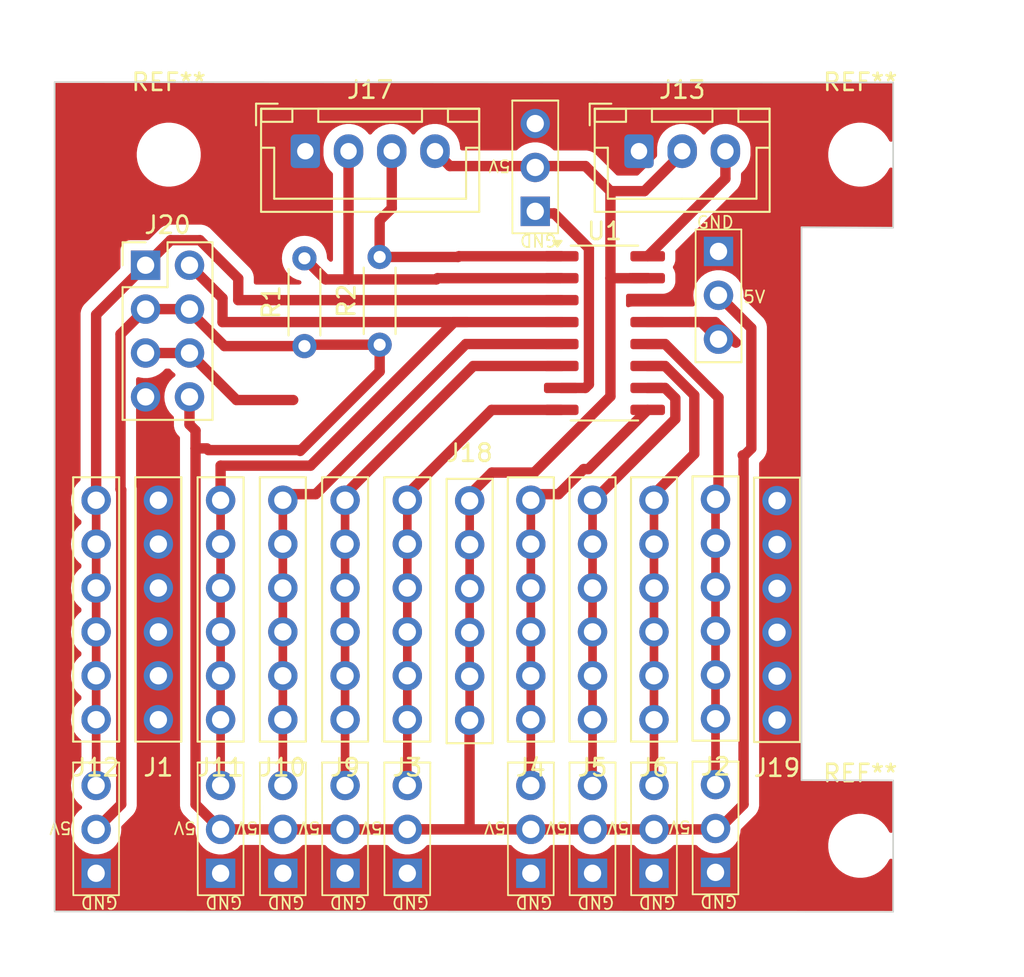
<source format=kicad_pcb>
(kicad_pcb
	(version 20240108)
	(generator "pcbnew")
	(generator_version "8.0")
	(general
		(thickness 1.6)
		(legacy_teardrops no)
	)
	(paper "A4")
	(layers
		(0 "F.Cu" signal)
		(31 "B.Cu" signal)
		(32 "B.Adhes" user "B.Adhesive")
		(33 "F.Adhes" user "F.Adhesive")
		(34 "B.Paste" user)
		(35 "F.Paste" user)
		(36 "B.SilkS" user "B.Silkscreen")
		(37 "F.SilkS" user "F.Silkscreen")
		(38 "B.Mask" user)
		(39 "F.Mask" user)
		(40 "Dwgs.User" user "User.Drawings")
		(41 "Cmts.User" user "User.Comments")
		(42 "Eco1.User" user "User.Eco1")
		(43 "Eco2.User" user "User.Eco2")
		(44 "Edge.Cuts" user)
		(45 "Margin" user)
		(46 "B.CrtYd" user "B.Courtyard")
		(47 "F.CrtYd" user "F.Courtyard")
		(48 "B.Fab" user)
		(49 "F.Fab" user)
		(50 "User.1" user)
		(51 "User.2" user)
		(52 "User.3" user)
		(53 "User.4" user)
		(54 "User.5" user)
		(55 "User.6" user)
		(56 "User.7" user)
		(57 "User.8" user)
		(58 "User.9" user)
	)
	(setup
		(stackup
			(layer "F.SilkS"
				(type "Top Silk Screen")
			)
			(layer "F.Paste"
				(type "Top Solder Paste")
			)
			(layer "F.Mask"
				(type "Top Solder Mask")
				(thickness 0.01)
			)
			(layer "F.Cu"
				(type "copper")
				(thickness 0.035)
			)
			(layer "dielectric 1"
				(type "core")
				(thickness 1.51)
				(material "FR4")
				(epsilon_r 4.5)
				(loss_tangent 0.02)
			)
			(layer "B.Cu"
				(type "copper")
				(thickness 0.035)
			)
			(layer "B.Mask"
				(type "Bottom Solder Mask")
				(thickness 0.01)
			)
			(layer "B.Paste"
				(type "Bottom Solder Paste")
			)
			(layer "B.SilkS"
				(type "Bottom Silk Screen")
			)
			(copper_finish "None")
			(dielectric_constraints no)
		)
		(pad_to_mask_clearance 0)
		(allow_soldermask_bridges_in_footprints no)
		(aux_axis_origin 99.4 100)
		(grid_origin 99.4 100)
		(pcbplotparams
			(layerselection 0x0001000_ffffffff)
			(plot_on_all_layers_selection 0x0000000_00000000)
			(disableapertmacros yes)
			(usegerberextensions yes)
			(usegerberattributes yes)
			(usegerberadvancedattributes yes)
			(creategerberjobfile yes)
			(dashed_line_dash_ratio 12.000000)
			(dashed_line_gap_ratio 3.000000)
			(svgprecision 4)
			(plotframeref no)
			(viasonmask no)
			(mode 1)
			(useauxorigin no)
			(hpglpennumber 1)
			(hpglpenspeed 20)
			(hpglpendiameter 15.000000)
			(pdf_front_fp_property_popups yes)
			(pdf_back_fp_property_popups yes)
			(dxfpolygonmode yes)
			(dxfimperialunits yes)
			(dxfusepcbnewfont yes)
			(psnegative no)
			(psa4output no)
			(plotreference no)
			(plotvalue no)
			(plotfptext no)
			(plotinvisibletext no)
			(sketchpadsonfab no)
			(subtractmaskfromsilk no)
			(outputformat 1)
			(mirror no)
			(drillshape 0)
			(scaleselection 1)
			(outputdirectory "gerber/")
		)
	)
	(net 0 "")
	(net 1 "5V")
	(net 2 "GND")
	(net 3 "SWIO")
	(net 4 "SCL")
	(net 5 "SDA")
	(net 6 "PWM2")
	(net 7 "/PC7")
	(net 8 "/PC5")
	(net 9 "RC_IN")
	(net 10 "PWM1")
	(net 11 "/PD7")
	(net 12 "/PD6")
	(net 13 "/PA1")
	(net 14 "/PD5")
	(net 15 "/PA2")
	(net 16 "/PD4")
	(net 17 "Net-(J20-Pin_5)")
	(footprint "Stripe-ch32:Servo_pads" (layer "F.Cu") (at 2.4 45.79 180))
	(footprint "Connector_PinHeader_2.54mm:PinHeader_2x04_P2.54mm_Vertical" (layer "F.Cu") (at 5.26 10.6))
	(footprint "Package_SO:SOP-16_3.9x9.9mm_P1.27mm" (layer "F.Cu") (at 31.804015 14.525))
	(footprint "Stripe-ch32:stripe" (layer "F.Cu") (at 41.786362 30.571963 90))
	(footprint "Stripe-ch32:stripe" (layer "F.Cu") (at 34.669075 30.55 90))
	(footprint "Connector_JST:JST_XH_B4B-XH-A_1x04_P2.50mm_Vertical" (layer "F.Cu") (at 14.5 4))
	(footprint "Stripe-ch32:Servo_pads" (layer "F.Cu") (at 38.227207 45.737473 180))
	(footprint "Stripe-ch32:Servo_pads" (layer "F.Cu") (at 9.6 45.79 180))
	(footprint "Stripe-ch32:stripe" (layer "F.Cu") (at 20.4 30.55 90))
	(footprint "Resistor_THT:R_Axial_DIN0204_L3.6mm_D1.6mm_P5.08mm_Horizontal" (layer "F.Cu") (at 14.45 15.28 90))
	(footprint "MountingHole:MountingHole_3.2mm_M3" (layer "F.Cu") (at 46.6 4.2))
	(footprint "Stripe-ch32:stripe" (layer "F.Cu") (at 38.227207 30.497473 90))
	(footprint "Resistor_THT:R_Axial_DIN0204_L3.6mm_D1.6mm_P5.08mm_Horizontal" (layer "F.Cu") (at 18.8 15.2 90))
	(footprint "Stripe-ch32:stripe" (layer "F.Cu") (at 13.2 30.55 90))
	(footprint "Stripe-ch32:Servo_pads" (layer "F.Cu") (at 27.8 7.48 180))
	(footprint "Stripe-ch32:stripe" (layer "F.Cu") (at 6 30.55 90))
	(footprint "Stripe-ch32:stripe" (layer "F.Cu") (at 16.8 30.55 90))
	(footprint "Stripe-ch32:Servo_pads" (layer "F.Cu") (at 34.669075 45.79 180))
	(footprint "MountingHole:MountingHole_3.2mm_M3" (layer "F.Cu") (at 6.6 4.2))
	(footprint "Stripe-ch32:stripe" (layer "F.Cu") (at 27.544045 30.550309 90))
	(footprint "Stripe-ch32:Servo_pads" (layer "F.Cu") (at 13.2 45.79 180))
	(footprint "Stripe-ch32:stripe" (layer "F.Cu") (at 31.113498 30.55 90))
	(footprint "Stripe-ch32:stripe" (layer "F.Cu") (at 2.4 30.55 90))
	(footprint "Stripe-ch32:Servo_pads" (layer "F.Cu") (at 38.4 9.8))
	(footprint "Stripe-ch32:Servo_pads" (layer "F.Cu") (at 20.4 45.79 180))
	(footprint "Stripe-ch32:stripe" (layer "F.Cu") (at 24.006151 30.583487 -90))
	(footprint "Stripe-ch32:Servo_pads" (layer "F.Cu") (at 31.113498 45.79 180))
	(footprint "Stripe-ch32:stripe" (layer "F.Cu") (at 9.6 30.55 90))
	(footprint "Connector_JST:JST_XH_B3B-XH-A_1x03_P2.50mm_Vertical" (layer "F.Cu") (at 33.8 4))
	(footprint "MountingHole:MountingHole_3.2mm_M3" (layer "F.Cu") (at 46.6 44.2))
	(footprint "Stripe-ch32:Servo_pads" (layer "F.Cu") (at 16.8 45.79 180))
	(footprint "Stripe-ch32:Servo_pads" (layer "F.Cu") (at 27.544045 45.790309 180))
	(gr_rect
		(start 0 0)
		(end 48.5 48.5)
		(stroke
			(width 0.1)
			(type default)
		)
		(fill none)
		(layer "F.Adhes")
		(uuid "13533d08-2acd-4ffe-8eec-b998097da5d3")
	)
	(gr_poly
		(pts
			(xy 48.502013 8.429418) (xy 48.502013 0.029418) (xy 0 0) (xy 0 48) (xy 48.501271 48.018429) (xy 48.501271 40.418429)
			(xy 43.2 40.4) (xy 43.2 8.4)
		)
		(stroke
			(width 0.1)
			(type solid)
		)
		(fill none)
		(layer "Edge.Cuts")
		(uuid "2b706332-e9a8-4cda-88f6-23dafefbf281")
	)
	(segment
		(start 18.8 16.75)
		(end 14.2 21.35)
		(width 0.6)
		(layer "F.Cu")
		(net 1)
		(uuid "03ecf968-5a8f-406f-865a-9aff469bea0f")
	)
	(segment
		(start 3.85 23.59939)
		(end 3.81 23.55939)
		(width 0.6)
		(layer "F.Cu")
		(net 1)
		(uuid "1c6db666-6612-4501-a763-8dc50820d339")
	)
	(segment
		(start 25.289638 22.6)
		(end 24.006151 23.883487)
		(width 0.6)
		(layer "F.Cu")
		(net 1)
		(uuid "1c93eee4-3d95-4b80-8c3f-9a7355b1a03a")
	)
	(segment
		(start 39.8 21.6)
		(end 39.85 21.65)
		(width 0.6)
		(layer "F.Cu")
		(net 1)
		(uuid "229d0e32-7678-416f-8a6b-24b3e946998a")
	)
	(segment
		(start 7.8 13.252792)
		(end 7.8 13.14)
		(width 0.6)
		(layer "F.Cu")
		(net 1)
		(uuid "32c32a2d-13e1-44b7-8997-10d1448386ee")
	)
	(segment
		(start 39.85 21.65)
		(end 39.85 41.8)
		(width 0.6)
		(layer "F.Cu")
		(net 1)
		(uuid "341e2bd5-6188-4552-9999-bb821d114b6e")
	)
	(segment
		(start 27.738831 22.6)
		(end 25.289638 22.6)
		(width 0.6)
		(layer "F.Cu")
		(net 1)
		(uuid "35d7742f-04bd-4278-933e-c082801e74e6")
	)
	(segment
		(start 32.15 11.35)
		(end 32.15 18.188831)
		(width 0.6)
		(layer "F.Cu")
		(net 1)
		(uuid "3ba35e3b-4dbc-485e-8d8b-0cef6727efbe")
	)
	(segment
		(start 3.81 23.55939)
		(end 3.81 14.59)
		(width 0.6)
		(layer "F.Cu")
		(net 1)
		(uuid "3c172b10-f5f3-46ec-8cbc-fc4f50de9f15")
	)
	(segment
		(start 3.81 14.59)
		(end 5.26 13.14)
		(width 0.6)
		(layer "F.Cu")
		(net 1)
		(uuid "3de05e97-c619-4cc8-8c14-bcfdfacedac6")
	)
	(segment
		(start 32.15 18.188831)
		(end 27.738831 22.6)
		(width 0.6)
		(layer "F.Cu")
		(net 1)
		(uuid "3f0d130b-7ab3-4dd3-82ea-918a911484f4")
	)
	(segment
		(start 14.53 15.2)
		(end 14.45 15.28)
		(width 0.6)
		(layer "F.Cu")
		(net 1)
		(uuid "4f9fde62-f36d-44a6-bea0-ce3459b9a37e")
	)
	(segment
		(start 18.8 15.2)
		(end 18.8 16.75)
		(width 0.6)
		(layer "F.Cu")
		(net 1)
		(uuid "53d1a157-be38-413d-81e0-f5a5fec78843")
	)
	(segment
		(start 8.9 21.3)
		(end 14.2 21.3)
		(width 0.6)
		(layer "F.Cu")
		(net 1)
		(uuid "6601bcd5-74a8-4999-a42f-f122b7feb7ae")
	)
	(segment
		(start 39.85 41.8)
		(end 38.4 43.25)
		(width 0.6)
		(layer "F.Cu")
		(net 1)
		(uuid "6b7f007a-3093-4bda-947b-e9a08262f239")
	)
	(segment
		(start 24 43.25)
		(end 24 37.2)
		(width 0.6)
		(layer "F.Cu")
		(net 1)
		(uuid "77d2679a-433b-4d79-b5e9-9370387a3d80")
	)
	(segment
		(start 38.4 12.34)
		(end 40.3 14.24)
		(width 0.6)
		(layer "F.Cu")
		(net 1)
		(uuid "7cd00f9b-0751-46ee-86fd-72cc107a4c14")
	)
	(segment
		(start 40.3 14.24)
		(end 40.3 21.2)
		(width 0.6)
		(layer "F.Cu")
		(net 1)
		(uuid "834a895d-ebcd-4d7e-829d-0efd188ef880")
	)
	(segment
		(start 40.3 21.2)
		(end 39.85 21.65)
		(width 0.6)
		(layer "F.Cu")
		(net 1)
		(uuid "8edff29f-28e3-4481-95b8-761ccd1a3ed5")
	)
	(segment
		(start 32.15 6.312081)
		(end 34.112919 6.312081)
		(width 0.6)
		(layer "F.Cu")
		(net 1)
		(uuid "984c4dd9-7bc2-441c-9809-2be861e4df6f")
	)
	(segment
		(start 8.15 21.2)
		(end 8.15 20.17)
		(width 0.6)
		(layer "F.Cu")
		(net 1)
		(uuid "9a76861f-8ec1-4f2d-a64c-3f60293ef7e7")
	)
	(segment
		(start 24 43.25)
		(end 9.6 43.25)
		(width 0.6)
		(layer "F.Cu")
		(net 1)
		(uuid "a49ccd72-88fa-4ecf-a247-fc1a8f2c7277")
	)
	(segment
		(start 8.8 21.2)
		(end 8.9 21.3)
		(width 0.6)
		(layer "F.Cu")
		(net 1)
		(uuid "a72d2830-2236-4b5a-aa7f-920c65df66fe")
	)
	(segment
		(start 8.15 41.8)
		(end 8.15 21.2)
		(width 0.6)
		(layer "F.Cu")
		(net 1)
		(uuid "aa81feb2-6be0-4972-800d-1b23ceb05e8d")
	)
	(segment
		(start 36.3 4.125)
		(end 36.3 4)
		(width 0.6)
		(layer "F.Cu")
		(net 1)
		(uuid "ae6e3e09-30f2-46bb-a4af-1eecfd91a9d3")
	)
	(segment
		(start 38.4 43.25)
		(end 20.4 43.25)
		(width 0.6)
		(layer "F.Cu")
		(net 1)
		(uuid "aec6c6d0-c7fb-4f91-9598-9412756f5461")
	)
	(segment
		(start 7.8 18.22)
		(end 7.8 19.82)
		(width 0.6)
		(layer "F.Cu")
		(net 1)
		(uuid "afff471d-335f-4807-84c6-f06cb5985494")
	)
	(segment
		(start 8.15 21.2)
		(end 8.8 21.2)
		(width 0.6)
		(layer "F.Cu")
		(net 1)
		(uuid "b4ae780c-1322-4ef4-be4e-ff085e595fd1")
	)
	(segment
		(start 14.45 15.28)
		(end 9.827208 15.28)
		(width 0.6)
		(layer "F.Cu")
		(net 1)
		(uuid "b5979f67-ec03-4d60-b2be-f9834325518e")
	)
	(segment
		(start 18.8 15.2)
		(end 14.53 15.2)
		(width 0.6)
		(layer "F.Cu")
		(net 1)
		(uuid "bb90aac0-77f1-4663-8d9b-a2c5724231e2")
	)
	(segment
		(start 22.86 4.86)
		(end 22 4)
		(width 0.6)
		(layer "F.Cu")
		(net 1)
		(uuid "bfc921b2-6968-41dc-88c2-66304d3147de")
	)
	(segment
		(start 9.6 43.25)
		(end 8.15 41.8)
		(width 0.6)
		(layer "F.Cu")
		(net 1)
		(uuid "c9580357-d64a-490b-9a04-97de09e68979")
	)
	(segment
		(start 30.697919 4.86)
		(end 29 4.86)
		(width 0.6)
		(layer "F.Cu")
		(net 1)
		(uuid "cc9dc05b-763b-4f11-9688-2aad2a3b43c4")
	)
	(segment
		(start 32.15 11.35)
		(end 32.15 6.312081)
		(width 0.6)
		(layer "F.Cu")
		(net 1)
		(uuid "cdd057fc-90a4-4cf6-b0a3-ec9873cb5945")
	)
	(segment
		(start 3.85 41.8)
		(end 2.4 43.25)
		(width 0.6)
		(layer "F.Cu")
		(net 1)
		(uuid "d19b380a-b727-4303-b6bc-903b4282133d")
	)
	(segment
		(start 34.304015 11.35)
		(end 33.304016 11.35)
		(width 0.6)
		(layer "F.Cu")
		(net 1)
		(uuid "dc10431d-e6a2-48d6-9463-acacf6155a2d")
	)
	(segment
		(start 29 4.86)
		(end 22.86 4.86)
		(width 0.6)
		(layer "F.Cu")
		(net 1)
		(uuid "dcd862f9-c970-4c8b-ada8-2ce27be9e48d")
	)
	(segment
		(start 32.15 6.312081)
		(end 30.697919 4.86)
		(width 0.6)
		(layer "F.Cu")
		(net 1)
		(uuid "dd39e96e-19ee-4adb-9ee9-626d6cad1a81")
	)
	(segment
		(start 9.827208 15.28)
		(end 7.8 13.252792)
		(width 0.6)
		(layer "F.Cu")
		(net 1)
		(uuid "e21548df-4e19-44d5-be49-7d5f93e42a47")
	)
	(segment
		(start 7.8 19.82)
		(end 8.15 20.17)
		(width 0.6)
		(layer "F.Cu")
		(net 1)
		(uuid "ec7ab08f-cfc5-4f6f-b30d-3867f948872c")
	)
	(segment
		(start 3.85 23.59939)
		(end 3.85 41.8)
		(width 0.6)
		(layer "F.Cu")
		(net 1)
		(uuid "f080f85c-c5ba-447b-8308-d0b9f0a2ea7e")
	)
	(segment
		(start 34.112919 6.312081)
		(end 36.3 4.125)
		(width 0.6)
		(layer "F.Cu")
		(net 1)
		(uuid "f1e72eef-b44e-476b-9cc4-e950848636ea")
	)
	(segment
		(start 5.26 13.14)
		(end 7.8 13.14)
		(width 0.6)
		(layer "F.Cu")
		(net 1)
		(uuid "fd5ce1d9-a9d7-40fb-880b-fea1fad541a5")
	)
	(segment
		(start 34.304015 11.35)
		(end 32.15 11.35)
		(width 0.6)
		(layer "F.Cu")
		(net 1)
		(uuid "ff642ed3-07d8-4420-9130-c526110a462e")
	)
	(segment
		(start 6.2 23.65)
		(end 6 23.85)
		(width 0.6)
		(layer "F.Cu")
		(net 2)
		(uuid "66cb1623-3f13-43a8-a568-e64f6b465b91")
	)
	(segment
		(start 6 20.56)
		(end 6 23.85)
		(width 0.6)
		(layer "F.Cu")
		(net 2)
		(uuid "aa08a4d7-c38e-48ec-86a8-6547ca5a1ba2")
	)
	(segment
		(start 30.904015 17.495985)
		(end 30.904015 9.615184)
		(width 0.6)
		(layer "F.Cu")
		(net 3)
		(uuid "4b7bbc29-4d79-4874-a987-d9863c9fdea5")
	)
	(segment
		(start 30.904015 9.615184)
		(end 28.888831 7.6)
		(width 0.6)
		(layer "F.Cu")
		(net 3)
		(uuid "72eee18b-6f6a-4cb9-8e58-15c68d0a47b2")
	)
	(segment
		(start 28.888831 7.6)
		(end 27.92 7.6)
		(width 0.6)
		(layer "F.Cu")
		(net 3)
		(uuid "89534e44-d58d-4f2e-94d3-ccdbdfc40359")
	)
	(segment
		(start 27.92 7.6)
		(end 27.8 7.48)
		(width 0.6)
		(layer "F.Cu")
		(net 3)
		(uuid "96dc3b7d-996f-4289-87ea-728f8bdca2f3")
	)
	(segment
		(start 30.904015 17.495985)
		(end 30.7 17.7)
		(width 0.6)
		(layer "F.Cu")
		(net 3)
		(uuid "ea8b985f-5779-4074-8131-a1c183cb54a0")
	)
	(segment
		(start 30.7 17.7)
		(end 29.304015 17.7)
		(width 0.6)
		(layer "F.Cu")
		(net 3)
		(uuid "f182a3f3-209c-469d-aa49-61735185dff9")
	)
	(segment
		(start 15.67 11.42)
		(end 14.45 10.2)
		(width 0.6)
		(layer "F.Cu")
		(net 4)
		(uuid "12a8b8eb-1935-4228-9d1a-79db77a4ada3")
	)
	(segment
		(start 22.15 11.35)
		(end 29.304015 11.35)
		(width 0.6)
		(layer "F.Cu")
		(net 4)
		(uuid "4bc4006f-aadc-4b24-9acf-fd346310ebb7")
	)
	(segment
		(start 22.08 11.42)
		(end 17 11.42)
		(width 0.6)
		(layer "F.Cu")
		(net 4)
		(uuid "7ec3f45c-c3a8-4c68-a3f5-abad7a253794")
	)
	(segment
		(start 17 7.65)
		(end 17 11.42)
		(width 0.6)
		(layer "F.Cu")
		(net 4)
		(uuid "a08d177d-e281-45a6-a423-a11e120cbff0")
	)
	(segment
		(start 22.15 11.35)
		(end 22.08 11.42)
		(width 0.6)
		(layer "F.Cu")
		(net 4)
		(uuid "b731543c-112a-4343-b6d2-0a0ffb0129fe")
	)
	(segment
		(start 17 11.42)
		(end 15.67 11.42)
		(width 0.6)
		(layer "F.Cu")
		(net 4)
		(uuid "c1e3b089-c7d2-45e3-a236-e0d0dcb5bee8")
	)
	(segment
		(start 17 7.65)
		(end 17 4)
		(width 0.6)
		(layer "F.Cu")
		(net 4)
		(uuid "fa469b49-b6d2-4e10-a5e5-dd1884ec1c30")
	)
	(segment
		(start 18.8 10.12)
		(end 18.8 8)
		(width 0.6)
		(layer "F.Cu")
		(net 5)
		(uuid "00eaa241-0ba7-4b6a-a547-8c43a08d5831")
	)
	(segment
		(start 23.38 10.08)
		(end 29.304015 10.08)
		(width 0.6)
		(layer "F.Cu")
		(net 5)
		(uuid "4200b67f-e5e2-4a08-bfb7-c63b2caaaeee")
	)
	(segment
		(start 23.34 10.12)
		(end 23.38 10.08)
		(width 0.6)
		(layer "F.Cu")
		(net 5)
		(uuid "4641ca1b-3e03-4c93-934c-6cea989099f6")
	)
	(segment
		(start 19.5 7.3)
		(end 19.5 4)
		(width 0.6)
		(layer "F.Cu")
		(net 5)
		(uuid "62531a5d-10a5-41ae-9c26-fc1f732000ea")
	)
	(segment
		(start 18.8 8)
		(end 19.5 7.3)
		(width 0.6)
		(layer "F.Cu")
		(net 5)
		(uuid "87483815-6bce-4de5-94e8-7c36f42f9837")
	)
	(segment
		(start 18.8 10.12)
		(end 23.34 10.12)
		(width 0.6)
		(layer "F.Cu")
		(net 5)
		(uuid "de64b791-c606-4ae8-85ea-f4d2dbda24da")
	)
	(segment
		(start 23.8 13.89)
		(end 23.11 13.89)
		(width 0.6)
		(layer "F.Cu")
		(net 6)
		(uuid "417753b3-e066-452f-bba1-02f2a7d53b4f")
	)
	(segment
		(start 9.71 12.51)
		(end 7.8 10.6)
		(width 0.6)
		(layer "F.Cu")
		(net 6)
		(uuid "41ff81c3-ed42-42c2-9bd4-48b3035b5c41")
	)
	(segment
		(start 9.6 40.71)
		(end 9.6 37.1)
		(width 0.5)
		(layer "F.Cu")
		(net 6)
		(uuid "506246c1-70a4-4e69-8b4a-99d5c9f12597")
	)
	(segment
		(start 23.8 13.89)
		(end 29.304015 13.89)
		(width 0.6)
		(layer "F.Cu")
		(net 6)
		(uuid "5c9fea0f-6f01-4236-a3a9-f7365a3
... [41579 chars truncated]
</source>
